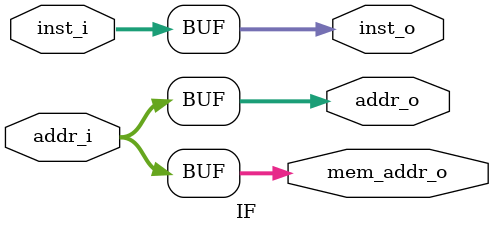
<source format=v>
`include "header.v"

module IF(
	input wire[31:0] addr_i,
	input wire[31:0] inst_i,

	
	output reg[31:0] mem_addr_o,
	output reg[31:0] addr_o,
	output reg[31:0] inst_o
);
	 
    always @ (*) begin
			addr_o <= addr_i;
			mem_addr_o <= addr_i;
			inst_o <= inst_i;
		end

	 
endmodule

</source>
